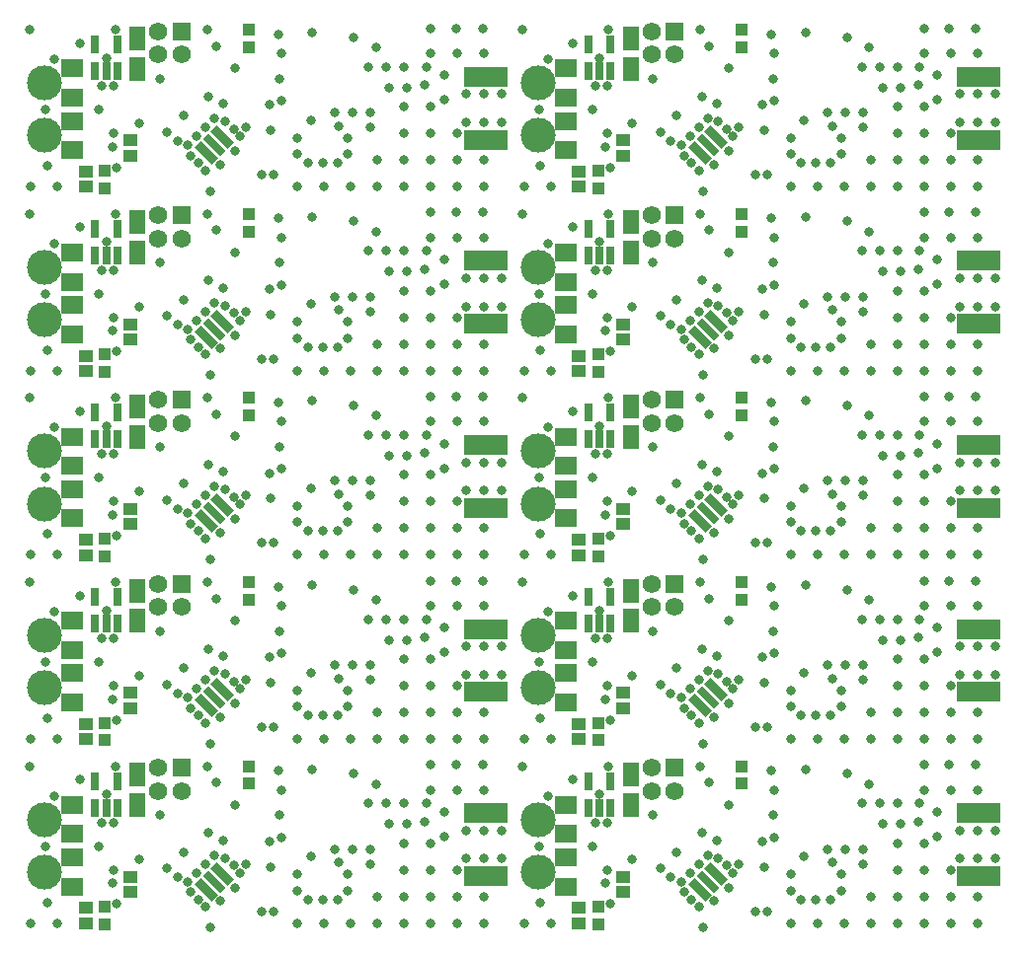
<source format=gbs>
G04*
G04 #@! TF.GenerationSoftware,Altium Limited,Altium Designer,22.10.1 (41)*
G04*
G04 Layer_Color=16711935*
%FSTAX24Y24*%
%MOIN*%
G70*
G04*
G04 #@! TF.SameCoordinates,45835C21-10AE-4195-8F6B-2C948669ADBA*
G04*
G04*
G04 #@! TF.FilePolarity,Negative*
G04*
G01*
G75*
%ADD57R,0.1458X0.0671*%
%ADD69R,0.0454X0.0415*%
%ADD78C,0.0615*%
%ADD79R,0.0615X0.0615*%
%ADD80C,0.1182*%
%ADD81C,0.0320*%
%ADD82R,0.0564X0.0789*%
%ADD83R,0.0395X0.0395*%
%ADD84R,0.0316X0.0600*%
G04:AMPARAMS|DCode=85|XSize=23.7mil|YSize=82.8mil|CornerRadius=0mil|HoleSize=0mil|Usage=FLASHONLY|Rotation=45.000|XOffset=0mil|YOffset=0mil|HoleType=Round|Shape=Rectangle|*
%AMROTATEDRECTD85*
4,1,4,0.0209,-0.0377,-0.0377,0.0209,-0.0209,0.0377,0.0377,-0.0209,0.0209,-0.0377,0.0*
%
%ADD85ROTATEDRECTD85*%

G04:AMPARAMS|DCode=86|XSize=31.6mil|YSize=82.8mil|CornerRadius=0mil|HoleSize=0mil|Usage=FLASHONLY|Rotation=45.000|XOffset=0mil|YOffset=0mil|HoleType=Round|Shape=Rectangle|*
%AMROTATEDRECTD86*
4,1,4,0.0181,-0.0405,-0.0405,0.0181,-0.0181,0.0405,0.0405,-0.0181,0.0181,-0.0405,0.0*
%
%ADD86ROTATEDRECTD86*%

%ADD87R,0.0749X0.0592*%
D57*
X033323Y017584D02*
D03*
Y015458D02*
D03*
X049976Y017584D02*
D03*
Y015458D02*
D03*
X033323Y023805D02*
D03*
Y021679D02*
D03*
X049976Y023805D02*
D03*
Y021679D02*
D03*
X033323Y030025D02*
D03*
Y027899D02*
D03*
X049976Y030025D02*
D03*
Y027899D02*
D03*
X033323Y036246D02*
D03*
Y03412D02*
D03*
X049976Y036246D02*
D03*
Y03412D02*
D03*
X033323Y042466D02*
D03*
Y04034D02*
D03*
X049976Y042466D02*
D03*
Y04034D02*
D03*
D69*
X021323Y014915D02*
D03*
Y015427D02*
D03*
X019823Y014377D02*
D03*
X019823Y013865D02*
D03*
X037976Y014915D02*
D03*
Y015427D02*
D03*
X036476Y014377D02*
D03*
X036476Y013865D02*
D03*
X021323Y021136D02*
D03*
Y021648D02*
D03*
X019823Y020598D02*
D03*
X019823Y020086D02*
D03*
X037976Y021136D02*
D03*
Y021648D02*
D03*
X036476Y020598D02*
D03*
X036476Y020086D02*
D03*
X021323Y027356D02*
D03*
Y027868D02*
D03*
X019823Y026818D02*
D03*
X019823Y026306D02*
D03*
X037976Y027356D02*
D03*
Y027868D02*
D03*
X036476Y026818D02*
D03*
X036476Y026306D02*
D03*
X021323Y033577D02*
D03*
Y034089D02*
D03*
X019823Y033039D02*
D03*
X019823Y032527D02*
D03*
X037976Y033577D02*
D03*
Y034089D02*
D03*
X036476Y033039D02*
D03*
X036476Y032527D02*
D03*
X021323Y039797D02*
D03*
Y040309D02*
D03*
X019823Y039259D02*
D03*
X019823Y038747D02*
D03*
X037976Y039797D02*
D03*
Y040309D02*
D03*
X036476Y039259D02*
D03*
X036476Y038747D02*
D03*
D78*
X022279Y018328D02*
D03*
Y019115D02*
D03*
X023067Y018328D02*
D03*
X038933D02*
D03*
Y019115D02*
D03*
X03972Y018328D02*
D03*
X022279Y024548D02*
D03*
Y025336D02*
D03*
X023067Y024548D02*
D03*
X038933D02*
D03*
Y025336D02*
D03*
X03972Y024548D02*
D03*
X022279Y030769D02*
D03*
Y031556D02*
D03*
X023067Y030769D02*
D03*
X038933D02*
D03*
Y031556D02*
D03*
X03972Y030769D02*
D03*
X022279Y036989D02*
D03*
Y037776D02*
D03*
X023067Y036989D02*
D03*
X038933D02*
D03*
Y037776D02*
D03*
X03972Y036989D02*
D03*
X022279Y04321D02*
D03*
Y043997D02*
D03*
X023067Y04321D02*
D03*
X038933D02*
D03*
Y043997D02*
D03*
X03972Y04321D02*
D03*
D79*
X023067Y019115D02*
D03*
X03972D02*
D03*
X023067Y025336D02*
D03*
X03972D02*
D03*
X023067Y031556D02*
D03*
X03972D02*
D03*
X023067Y037776D02*
D03*
X03972D02*
D03*
X023067Y043997D02*
D03*
X03972D02*
D03*
D80*
X018444Y017371D02*
D03*
X018444Y0156D02*
D03*
X035097Y017371D02*
D03*
X035097Y0156D02*
D03*
X018444Y023592D02*
D03*
X018444Y02182D02*
D03*
X035097Y023592D02*
D03*
X035097Y02182D02*
D03*
X018444Y029812D02*
D03*
X018444Y028041D02*
D03*
X035097Y029812D02*
D03*
X035097Y028041D02*
D03*
X018444Y036033D02*
D03*
X018444Y034261D02*
D03*
X035097Y036033D02*
D03*
X035097Y034261D02*
D03*
X018444Y042253D02*
D03*
X018444Y040482D02*
D03*
X035097Y042253D02*
D03*
X035097Y040482D02*
D03*
D81*
X024873Y017871D02*
D03*
X018773Y018171D02*
D03*
X017923Y019171D02*
D03*
X018473Y016471D02*
D03*
X020273D02*
D03*
X031473Y015671D02*
D03*
X033273Y018371D02*
D03*
Y014771D02*
D03*
Y013871D02*
D03*
X032373Y018371D02*
D03*
Y015671D02*
D03*
Y014771D02*
D03*
Y013871D02*
D03*
X031473Y018371D02*
D03*
Y016571D02*
D03*
Y014771D02*
D03*
Y013871D02*
D03*
X030573Y016571D02*
D03*
Y015671D02*
D03*
Y014771D02*
D03*
Y013871D02*
D03*
X029673Y014771D02*
D03*
Y013871D02*
D03*
X028773D02*
D03*
X027873D02*
D03*
X026973D02*
D03*
X018873D02*
D03*
X017973D02*
D03*
X028373Y015921D02*
D03*
X028673Y015521D02*
D03*
Y014971D02*
D03*
X026973Y015521D02*
D03*
Y014971D02*
D03*
X027323Y014671D02*
D03*
X031473Y019221D02*
D03*
X032323D02*
D03*
X033223D02*
D03*
X029973Y017921D02*
D03*
X031279Y017304D02*
D03*
X031934Y016794D02*
D03*
X031927Y017633D02*
D03*
X033873Y016046D02*
D03*
X033273D02*
D03*
X032673D02*
D03*
Y016997D02*
D03*
X033273D02*
D03*
X033873D02*
D03*
X031323Y017921D02*
D03*
X022923Y015421D02*
D03*
X028223Y016371D02*
D03*
X028823D02*
D03*
X029373Y017921D02*
D03*
X030573D02*
D03*
X030073Y017221D02*
D03*
X030673D02*
D03*
X020373Y017271D02*
D03*
X020773D02*
D03*
X026423Y016771D02*
D03*
X026373Y017521D02*
D03*
X026026Y016632D02*
D03*
X025223Y015871D02*
D03*
X024473Y016671D02*
D03*
X026073Y015771D02*
D03*
X023123Y016271D02*
D03*
X022573Y015721D02*
D03*
X026423Y018371D02*
D03*
X029423Y015871D02*
D03*
Y016371D02*
D03*
X019623Y018721D02*
D03*
X025323Y019171D02*
D03*
X023923D02*
D03*
X029623Y018571D02*
D03*
X021623Y016021D02*
D03*
X022323Y017521D02*
D03*
X027423Y016121D02*
D03*
X028323Y014671D02*
D03*
X027823D02*
D03*
X024373Y014621D02*
D03*
X024523Y016071D02*
D03*
X024173Y016171D02*
D03*
X024873Y015071D02*
D03*
X023873Y014421D02*
D03*
X023623Y014671D02*
D03*
X023373Y014921D02*
D03*
X023273Y015271D02*
D03*
X023573Y015571D02*
D03*
X023873Y015871D02*
D03*
X024823Y015821D02*
D03*
X025023Y015571D02*
D03*
X028873Y018921D02*
D03*
X026323Y019021D02*
D03*
X027473Y019071D02*
D03*
X020773Y015671D02*
D03*
X020723Y015221D02*
D03*
X021623Y018821D02*
D03*
X020823Y019171D02*
D03*
X024223Y018621D02*
D03*
X019523Y015221D02*
D03*
X023973Y016921D02*
D03*
X025773Y014271D02*
D03*
X024023Y013721D02*
D03*
X020873Y014521D02*
D03*
X018523Y014571D02*
D03*
X019223Y015221D02*
D03*
Y014971D02*
D03*
X019523D02*
D03*
X020523Y018221D02*
D03*
X019397Y016858D02*
D03*
X019369Y016092D02*
D03*
X026173Y014271D02*
D03*
X041526Y017871D02*
D03*
X035426Y018171D02*
D03*
X034576Y019171D02*
D03*
X035126Y016471D02*
D03*
X036926D02*
D03*
X048126Y015671D02*
D03*
X049926Y018371D02*
D03*
Y014771D02*
D03*
Y013871D02*
D03*
X049026Y018371D02*
D03*
Y015671D02*
D03*
Y014771D02*
D03*
Y013871D02*
D03*
X048126Y018371D02*
D03*
Y016571D02*
D03*
Y014771D02*
D03*
Y013871D02*
D03*
X047226Y016571D02*
D03*
Y015671D02*
D03*
Y014771D02*
D03*
Y013871D02*
D03*
X046326Y014771D02*
D03*
Y013871D02*
D03*
X045426D02*
D03*
X044526D02*
D03*
X043626D02*
D03*
X035526D02*
D03*
X034626D02*
D03*
X045026Y015921D02*
D03*
X045326Y015521D02*
D03*
Y014971D02*
D03*
X043626Y015521D02*
D03*
Y014971D02*
D03*
X043976Y014671D02*
D03*
X048126Y019221D02*
D03*
X048976D02*
D03*
X049876D02*
D03*
X046626Y017921D02*
D03*
X047933Y017304D02*
D03*
X048588Y016794D02*
D03*
X04858Y017633D02*
D03*
X050526Y016046D02*
D03*
X049926D02*
D03*
X049326D02*
D03*
Y016997D02*
D03*
X049926D02*
D03*
X050526D02*
D03*
X047976Y017921D02*
D03*
X039576Y015421D02*
D03*
X044876Y016371D02*
D03*
X045476D02*
D03*
X046026Y017921D02*
D03*
X047226D02*
D03*
X046726Y017221D02*
D03*
X047326D02*
D03*
X037026Y017271D02*
D03*
X037426D02*
D03*
X043076Y016771D02*
D03*
X043026Y017521D02*
D03*
X04268Y016632D02*
D03*
X041876Y015871D02*
D03*
X041126Y016671D02*
D03*
X042726Y015771D02*
D03*
X039776Y016271D02*
D03*
X039226Y015721D02*
D03*
X043076Y018371D02*
D03*
X046076Y015871D02*
D03*
Y016371D02*
D03*
X036276Y018721D02*
D03*
X041976Y019171D02*
D03*
X040576D02*
D03*
X046276Y018571D02*
D03*
X038276Y016021D02*
D03*
X038976Y017521D02*
D03*
X044076Y016121D02*
D03*
X044976Y014671D02*
D03*
X044476D02*
D03*
X041026Y014621D02*
D03*
X041176Y016071D02*
D03*
X040826Y016171D02*
D03*
X041526Y015071D02*
D03*
X040526Y014421D02*
D03*
X040276Y014671D02*
D03*
X040026Y014921D02*
D03*
X039926Y015271D02*
D03*
X040226Y015571D02*
D03*
X040526Y015871D02*
D03*
X041476Y015821D02*
D03*
X041676Y015571D02*
D03*
X045526Y018921D02*
D03*
X042976Y019021D02*
D03*
X044126Y019071D02*
D03*
X037426Y015671D02*
D03*
X037376Y015221D02*
D03*
X038276Y018821D02*
D03*
X037476Y019171D02*
D03*
X040876Y018621D02*
D03*
X036176Y015221D02*
D03*
X040626Y016921D02*
D03*
X042426Y014271D02*
D03*
X040676Y013721D02*
D03*
X037526Y014521D02*
D03*
X035176Y014571D02*
D03*
X035876Y015221D02*
D03*
Y014971D02*
D03*
X036176D02*
D03*
X037176Y018221D02*
D03*
X03605Y016858D02*
D03*
X036023Y016092D02*
D03*
X042826Y014271D02*
D03*
X024873Y024092D02*
D03*
X018773Y024392D02*
D03*
X017923Y025392D02*
D03*
X018473Y022692D02*
D03*
X020273D02*
D03*
X031473Y021892D02*
D03*
X033273Y024592D02*
D03*
Y020992D02*
D03*
Y020092D02*
D03*
X032373Y024592D02*
D03*
Y021892D02*
D03*
Y020992D02*
D03*
Y020092D02*
D03*
X031473Y024592D02*
D03*
Y022792D02*
D03*
Y020992D02*
D03*
Y020092D02*
D03*
X030573Y022792D02*
D03*
Y021892D02*
D03*
Y020992D02*
D03*
Y020092D02*
D03*
X029673Y020992D02*
D03*
Y020092D02*
D03*
X028773D02*
D03*
X027873D02*
D03*
X026973D02*
D03*
X018873D02*
D03*
X017973D02*
D03*
X028373Y022142D02*
D03*
X028673Y021742D02*
D03*
Y021192D02*
D03*
X026973Y021742D02*
D03*
Y021192D02*
D03*
X027323Y020892D02*
D03*
X031473Y025442D02*
D03*
X032323D02*
D03*
X033223D02*
D03*
X029973Y024142D02*
D03*
X031279Y023525D02*
D03*
X031934Y023015D02*
D03*
X031927Y023854D02*
D03*
X033873Y022266D02*
D03*
X033273D02*
D03*
X032673D02*
D03*
Y023217D02*
D03*
X033273D02*
D03*
X033873D02*
D03*
X031323Y024142D02*
D03*
X022923Y021642D02*
D03*
X028223Y022592D02*
D03*
X028823D02*
D03*
X029373Y024142D02*
D03*
X030573D02*
D03*
X030073Y023442D02*
D03*
X030673D02*
D03*
X020373Y023492D02*
D03*
X020773D02*
D03*
X026423Y022992D02*
D03*
X026373Y023742D02*
D03*
X026026Y022853D02*
D03*
X025223Y022092D02*
D03*
X024473Y022892D02*
D03*
X026073Y021992D02*
D03*
X023123Y022492D02*
D03*
X022573Y021942D02*
D03*
X026423Y024592D02*
D03*
X029423Y022092D02*
D03*
Y022592D02*
D03*
X019623Y024942D02*
D03*
X025323Y025392D02*
D03*
X023923D02*
D03*
X029623Y024792D02*
D03*
X021623Y022242D02*
D03*
X022323Y023742D02*
D03*
X027423Y022342D02*
D03*
X028323Y020892D02*
D03*
X027823D02*
D03*
X024373Y020842D02*
D03*
X024523Y022292D02*
D03*
X024173Y022392D02*
D03*
X024873Y021292D02*
D03*
X023873Y020642D02*
D03*
X023623Y020892D02*
D03*
X023373Y021142D02*
D03*
X023273Y021492D02*
D03*
X023573Y021792D02*
D03*
X023873Y022092D02*
D03*
X024823Y022042D02*
D03*
X025023Y021792D02*
D03*
X028873Y025142D02*
D03*
X026323Y025242D02*
D03*
X027473Y025292D02*
D03*
X020773Y021892D02*
D03*
X020723Y021442D02*
D03*
X021623Y025042D02*
D03*
X020823Y025392D02*
D03*
X024223Y024842D02*
D03*
X019523Y021442D02*
D03*
X023973Y023142D02*
D03*
X025773Y020492D02*
D03*
X024023Y019942D02*
D03*
X020873Y020742D02*
D03*
X018523Y020792D02*
D03*
X019223Y021442D02*
D03*
Y021192D02*
D03*
X019523D02*
D03*
X020523Y024442D02*
D03*
X019397Y023079D02*
D03*
X019369Y022312D02*
D03*
X026173Y020492D02*
D03*
X041526Y024092D02*
D03*
X035426Y024392D02*
D03*
X034576Y025392D02*
D03*
X035126Y022692D02*
D03*
X036926D02*
D03*
X048126Y021892D02*
D03*
X049926Y024592D02*
D03*
Y020992D02*
D03*
Y020092D02*
D03*
X049026Y024592D02*
D03*
Y021892D02*
D03*
Y020992D02*
D03*
Y020092D02*
D03*
X048126Y024592D02*
D03*
Y022792D02*
D03*
Y020992D02*
D03*
Y020092D02*
D03*
X047226Y022792D02*
D03*
Y021892D02*
D03*
Y020992D02*
D03*
Y020092D02*
D03*
X046326Y020992D02*
D03*
Y020092D02*
D03*
X045426D02*
D03*
X044526D02*
D03*
X043626D02*
D03*
X035526D02*
D03*
X034626D02*
D03*
X045026Y022142D02*
D03*
X045326Y021742D02*
D03*
Y021192D02*
D03*
X043626Y021742D02*
D03*
Y021192D02*
D03*
X043976Y020892D02*
D03*
X048126Y025442D02*
D03*
X048976D02*
D03*
X049876D02*
D03*
X046626Y024142D02*
D03*
X047933Y023525D02*
D03*
X048588Y023015D02*
D03*
X04858Y023854D02*
D03*
X050526Y022266D02*
D03*
X049926D02*
D03*
X049326D02*
D03*
Y023217D02*
D03*
X049926D02*
D03*
X050526D02*
D03*
X047976Y024142D02*
D03*
X039576Y021642D02*
D03*
X044876Y022592D02*
D03*
X045476D02*
D03*
X046026Y024142D02*
D03*
X047226D02*
D03*
X046726Y023442D02*
D03*
X047326D02*
D03*
X037026Y023492D02*
D03*
X037426D02*
D03*
X043076Y022992D02*
D03*
X043026Y023742D02*
D03*
X04268Y022853D02*
D03*
X041876Y022092D02*
D03*
X041126Y022892D02*
D03*
X042726Y021992D02*
D03*
X039776Y022492D02*
D03*
X039226Y021942D02*
D03*
X043076Y024592D02*
D03*
X046076Y022092D02*
D03*
Y022592D02*
D03*
X036276Y024942D02*
D03*
X041976Y025392D02*
D03*
X040576D02*
D03*
X046276Y024792D02*
D03*
X038276Y022242D02*
D03*
X038976Y023742D02*
D03*
X044076Y022342D02*
D03*
X044976Y020892D02*
D03*
X044476D02*
D03*
X041026Y020842D02*
D03*
X041176Y022292D02*
D03*
X040826Y022392D02*
D03*
X041526Y021292D02*
D03*
X040526Y020642D02*
D03*
X040276Y020892D02*
D03*
X040026Y021142D02*
D03*
X039926Y021492D02*
D03*
X040226Y021792D02*
D03*
X040526Y022092D02*
D03*
X041476Y022042D02*
D03*
X041676Y021792D02*
D03*
X045526Y025142D02*
D03*
X042976Y025242D02*
D03*
X044126Y025292D02*
D03*
X037426Y021892D02*
D03*
X037376Y021442D02*
D03*
X038276Y025042D02*
D03*
X037476Y025392D02*
D03*
X040876Y024842D02*
D03*
X036176Y021442D02*
D03*
X040626Y023142D02*
D03*
X042426Y020492D02*
D03*
X040676Y019942D02*
D03*
X037526Y020742D02*
D03*
X035176Y020792D02*
D03*
X035876Y021442D02*
D03*
Y021192D02*
D03*
X036176D02*
D03*
X037176Y024442D02*
D03*
X03605Y023079D02*
D03*
X036023Y022312D02*
D03*
X042826Y020492D02*
D03*
X024873Y030312D02*
D03*
X018773Y030612D02*
D03*
X017923Y031612D02*
D03*
X018473Y028912D02*
D03*
X020273D02*
D03*
X031473Y028112D02*
D03*
X033273Y030812D02*
D03*
Y027212D02*
D03*
Y026312D02*
D03*
X032373Y030812D02*
D03*
Y028112D02*
D03*
Y027212D02*
D03*
Y026312D02*
D03*
X031473Y030812D02*
D03*
Y029012D02*
D03*
Y027212D02*
D03*
Y026312D02*
D03*
X030573Y029012D02*
D03*
Y028112D02*
D03*
Y027212D02*
D03*
Y026312D02*
D03*
X029673Y027212D02*
D03*
Y026312D02*
D03*
X028773D02*
D03*
X027873D02*
D03*
X026973D02*
D03*
X018873D02*
D03*
X017973D02*
D03*
X028373Y028362D02*
D03*
X028673Y027962D02*
D03*
Y027412D02*
D03*
X026973Y027962D02*
D03*
Y027412D02*
D03*
X027323Y027112D02*
D03*
X031473Y031662D02*
D03*
X032323D02*
D03*
X033223D02*
D03*
X029973Y030362D02*
D03*
X031279Y029745D02*
D03*
X031934Y029235D02*
D03*
X031927Y030074D02*
D03*
X033873Y028487D02*
D03*
X033273D02*
D03*
X032673D02*
D03*
Y029438D02*
D03*
X033273D02*
D03*
X033873D02*
D03*
X031323Y030362D02*
D03*
X022923Y027862D02*
D03*
X028223Y028812D02*
D03*
X028823D02*
D03*
X029373Y030362D02*
D03*
X030573D02*
D03*
X030073Y029662D02*
D03*
X030673D02*
D03*
X020373Y029712D02*
D03*
X020773D02*
D03*
X026423Y029212D02*
D03*
X026373Y029962D02*
D03*
X026026Y029073D02*
D03*
X025223Y028312D02*
D03*
X024473Y029112D02*
D03*
X026073Y028212D02*
D03*
X023123Y028712D02*
D03*
X022573Y028162D02*
D03*
X026423Y030812D02*
D03*
X029423Y028312D02*
D03*
Y028812D02*
D03*
X019623Y031162D02*
D03*
X025323Y031612D02*
D03*
X023923D02*
D03*
X029623Y031012D02*
D03*
X021623Y028462D02*
D03*
X022323Y029962D02*
D03*
X027423Y028562D02*
D03*
X028323Y027112D02*
D03*
X027823D02*
D03*
X024373Y027062D02*
D03*
X024523Y028512D02*
D03*
X024173Y028612D02*
D03*
X024873Y027512D02*
D03*
X023873Y026862D02*
D03*
X023623Y027112D02*
D03*
X023373Y027362D02*
D03*
X023273Y027712D02*
D03*
X023573Y028012D02*
D03*
X023873Y028312D02*
D03*
X024823Y028262D02*
D03*
X025023Y028012D02*
D03*
X028873Y031362D02*
D03*
X026323Y031462D02*
D03*
X027473Y031512D02*
D03*
X020773Y028112D02*
D03*
X020723Y027662D02*
D03*
X021623Y031262D02*
D03*
X020823Y031612D02*
D03*
X024223Y031062D02*
D03*
X019523Y027662D02*
D03*
X023973Y029362D02*
D03*
X025773Y026712D02*
D03*
X024023Y026162D02*
D03*
X020873Y026962D02*
D03*
X018523Y027012D02*
D03*
X019223Y027662D02*
D03*
Y027412D02*
D03*
X019523D02*
D03*
X020523Y030662D02*
D03*
X019397Y029299D02*
D03*
X019369Y028533D02*
D03*
X026173Y026712D02*
D03*
X041526Y030312D02*
D03*
X035426Y030612D02*
D03*
X034576Y031612D02*
D03*
X035126Y028912D02*
D03*
X036926D02*
D03*
X048126Y028112D02*
D03*
X049926Y030812D02*
D03*
Y027212D02*
D03*
Y026312D02*
D03*
X049026Y030812D02*
D03*
Y028112D02*
D03*
Y027212D02*
D03*
Y026312D02*
D03*
X048126Y030812D02*
D03*
Y029012D02*
D03*
Y027212D02*
D03*
Y026312D02*
D03*
X047226Y029012D02*
D03*
Y028112D02*
D03*
Y027212D02*
D03*
Y026312D02*
D03*
X046326Y027212D02*
D03*
Y026312D02*
D03*
X045426D02*
D03*
X044526D02*
D03*
X043626D02*
D03*
X035526D02*
D03*
X034626D02*
D03*
X045026Y028362D02*
D03*
X045326Y027962D02*
D03*
Y027412D02*
D03*
X043626Y027962D02*
D03*
Y027412D02*
D03*
X043976Y027112D02*
D03*
X048126Y031662D02*
D03*
X048976D02*
D03*
X049876D02*
D03*
X046626Y030362D02*
D03*
X047933Y029745D02*
D03*
X048588Y029235D02*
D03*
X04858Y030074D02*
D03*
X050526Y028487D02*
D03*
X049926D02*
D03*
X049326D02*
D03*
Y029438D02*
D03*
X049926D02*
D03*
X050526D02*
D03*
X047976Y030362D02*
D03*
X039576Y027862D02*
D03*
X044876Y028812D02*
D03*
X045476D02*
D03*
X046026Y030362D02*
D03*
X047226D02*
D03*
X046726Y029662D02*
D03*
X047326D02*
D03*
X037026Y029712D02*
D03*
X037426D02*
D03*
X043076Y029212D02*
D03*
X043026Y029962D02*
D03*
X04268Y029073D02*
D03*
X041876Y028312D02*
D03*
X041126Y029112D02*
D03*
X042726Y028212D02*
D03*
X039776Y028712D02*
D03*
X039226Y028162D02*
D03*
X043076Y030812D02*
D03*
X046076Y028312D02*
D03*
Y028812D02*
D03*
X036276Y031162D02*
D03*
X041976Y031612D02*
D03*
X040576D02*
D03*
X046276Y031012D02*
D03*
X038276Y028462D02*
D03*
X038976Y029962D02*
D03*
X044076Y028562D02*
D03*
X044976Y027112D02*
D03*
X044476D02*
D03*
X041026Y027062D02*
D03*
X041176Y028512D02*
D03*
X040826Y028612D02*
D03*
X041526Y027512D02*
D03*
X040526Y026862D02*
D03*
X040276Y027112D02*
D03*
X040026Y027362D02*
D03*
X039926Y027712D02*
D03*
X040226Y028012D02*
D03*
X040526Y028312D02*
D03*
X041476Y028262D02*
D03*
X041676Y028012D02*
D03*
X045526Y031362D02*
D03*
X042976Y031462D02*
D03*
X044126Y031512D02*
D03*
X037426Y028112D02*
D03*
X037376Y027662D02*
D03*
X038276Y031262D02*
D03*
X037476Y031612D02*
D03*
X040876Y031062D02*
D03*
X036176Y027662D02*
D03*
X040626Y029362D02*
D03*
X042426Y026712D02*
D03*
X040676Y026162D02*
D03*
X037526Y026962D02*
D03*
X035176Y027012D02*
D03*
X035876Y027662D02*
D03*
Y027412D02*
D03*
X036176D02*
D03*
X037176Y030662D02*
D03*
X03605Y029299D02*
D03*
X036023Y028533D02*
D03*
X042826Y026712D02*
D03*
X024873Y036533D02*
D03*
X018773Y036833D02*
D03*
X017923Y037833D02*
D03*
X018473Y035133D02*
D03*
X020273D02*
D03*
X031473Y034333D02*
D03*
X033273Y037033D02*
D03*
Y033433D02*
D03*
Y032533D02*
D03*
X032373Y037033D02*
D03*
Y034333D02*
D03*
Y033433D02*
D03*
Y032533D02*
D03*
X031473Y037033D02*
D03*
Y035233D02*
D03*
Y033433D02*
D03*
Y032533D02*
D03*
X030573Y035233D02*
D03*
Y034333D02*
D03*
Y033433D02*
D03*
Y032533D02*
D03*
X029673Y033433D02*
D03*
Y032533D02*
D03*
X028773D02*
D03*
X027873D02*
D03*
X026973D02*
D03*
X018873D02*
D03*
X017973D02*
D03*
X028373Y034583D02*
D03*
X028673Y034183D02*
D03*
Y033633D02*
D03*
X026973Y034183D02*
D03*
Y033633D02*
D03*
X027323Y033333D02*
D03*
X031473Y037883D02*
D03*
X032323D02*
D03*
X033223D02*
D03*
X029973Y036583D02*
D03*
X031279Y035966D02*
D03*
X031934Y035456D02*
D03*
X031927Y036295D02*
D03*
X033873Y034707D02*
D03*
X033273D02*
D03*
X032673D02*
D03*
Y035658D02*
D03*
X033273D02*
D03*
X033873D02*
D03*
X031323Y036583D02*
D03*
X022923Y034083D02*
D03*
X028223Y035033D02*
D03*
X028823D02*
D03*
X029373Y036583D02*
D03*
X030573D02*
D03*
X030073Y035883D02*
D03*
X030673D02*
D03*
X020373Y035933D02*
D03*
X020773D02*
D03*
X026423Y035433D02*
D03*
X026373Y036183D02*
D03*
X026026Y035294D02*
D03*
X025223Y034533D02*
D03*
X024473Y035333D02*
D03*
X026073Y034433D02*
D03*
X023123Y034933D02*
D03*
X022573Y034383D02*
D03*
X026423Y037033D02*
D03*
X029423Y034533D02*
D03*
Y035033D02*
D03*
X019623Y037383D02*
D03*
X025323Y037833D02*
D03*
X023923D02*
D03*
X029623Y037233D02*
D03*
X021623Y034683D02*
D03*
X022323Y036183D02*
D03*
X027423Y034783D02*
D03*
X028323Y033333D02*
D03*
X027823D02*
D03*
X024373Y033283D02*
D03*
X024523Y034733D02*
D03*
X024173Y034833D02*
D03*
X024873Y033733D02*
D03*
X023873Y033083D02*
D03*
X023623Y033333D02*
D03*
X023373Y033583D02*
D03*
X023273Y033933D02*
D03*
X023573Y034233D02*
D03*
X023873Y034533D02*
D03*
X024823Y034483D02*
D03*
X025023Y034233D02*
D03*
X028873Y037583D02*
D03*
X026323Y037683D02*
D03*
X027473Y037733D02*
D03*
X020773Y034333D02*
D03*
X020723Y033883D02*
D03*
X021623Y037483D02*
D03*
X020823Y037833D02*
D03*
X024223Y037283D02*
D03*
X019523Y033883D02*
D03*
X023973Y035583D02*
D03*
X025773Y032933D02*
D03*
X024023Y032383D02*
D03*
X020873Y033183D02*
D03*
X018523Y033233D02*
D03*
X019223Y033883D02*
D03*
Y033633D02*
D03*
X019523D02*
D03*
X020523Y036883D02*
D03*
X019397Y03552D02*
D03*
X019369Y034753D02*
D03*
X026173Y032933D02*
D03*
X041526Y036533D02*
D03*
X035426Y036833D02*
D03*
X034576Y037833D02*
D03*
X035126Y035133D02*
D03*
X036926D02*
D03*
X048126Y034333D02*
D03*
X049926Y037033D02*
D03*
Y033433D02*
D03*
Y032533D02*
D03*
X049026Y037033D02*
D03*
Y034333D02*
D03*
Y033433D02*
D03*
Y032533D02*
D03*
X048126Y037033D02*
D03*
Y035233D02*
D03*
Y033433D02*
D03*
Y032533D02*
D03*
X047226Y035233D02*
D03*
Y034333D02*
D03*
Y033433D02*
D03*
Y032533D02*
D03*
X046326Y033433D02*
D03*
Y032533D02*
D03*
X045426D02*
D03*
X044526D02*
D03*
X043626D02*
D03*
X035526D02*
D03*
X034626D02*
D03*
X045026Y034583D02*
D03*
X045326Y034183D02*
D03*
Y033633D02*
D03*
X043626Y034183D02*
D03*
Y033633D02*
D03*
X043976Y033333D02*
D03*
X048126Y037883D02*
D03*
X048976D02*
D03*
X049876D02*
D03*
X046626Y036583D02*
D03*
X047933Y035966D02*
D03*
X048588Y035456D02*
D03*
X04858Y036295D02*
D03*
X050526Y034707D02*
D03*
X049926D02*
D03*
X049326D02*
D03*
Y035658D02*
D03*
X049926D02*
D03*
X050526D02*
D03*
X047976Y036583D02*
D03*
X039576Y034083D02*
D03*
X044876Y035033D02*
D03*
X045476D02*
D03*
X046026Y036583D02*
D03*
X047226D02*
D03*
X046726Y035883D02*
D03*
X047326D02*
D03*
X037026Y035933D02*
D03*
X037426D02*
D03*
X043076Y035433D02*
D03*
X043026Y036183D02*
D03*
X04268Y035294D02*
D03*
X041876Y034533D02*
D03*
X041126Y035333D02*
D03*
X042726Y034433D02*
D03*
X039776Y034933D02*
D03*
X039226Y034383D02*
D03*
X043076Y037033D02*
D03*
X046076Y034533D02*
D03*
Y035033D02*
D03*
X036276Y037383D02*
D03*
X041976Y037833D02*
D03*
X040576D02*
D03*
X046276Y037233D02*
D03*
X038276Y034683D02*
D03*
X038976Y036183D02*
D03*
X044076Y034783D02*
D03*
X044976Y033333D02*
D03*
X044476D02*
D03*
X041026Y033283D02*
D03*
X041176Y034733D02*
D03*
X040826Y034833D02*
D03*
X041526Y033733D02*
D03*
X040526Y033083D02*
D03*
X040276Y033333D02*
D03*
X040026Y033583D02*
D03*
X039926Y033933D02*
D03*
X040226Y034233D02*
D03*
X040526Y034533D02*
D03*
X041476Y034483D02*
D03*
X041676Y034233D02*
D03*
X045526Y037583D02*
D03*
X042976Y037683D02*
D03*
X044126Y037733D02*
D03*
X037426Y034333D02*
D03*
X037376Y033883D02*
D03*
X038276Y037483D02*
D03*
X037476Y037833D02*
D03*
X040876Y037283D02*
D03*
X036176Y033883D02*
D03*
X040626Y035583D02*
D03*
X042426Y032933D02*
D03*
X040676Y032383D02*
D03*
X037526Y033183D02*
D03*
X035176Y033233D02*
D03*
X035876Y033883D02*
D03*
Y033633D02*
D03*
X036176D02*
D03*
X037176Y036883D02*
D03*
X03605Y03552D02*
D03*
X036023Y034753D02*
D03*
X042826Y032933D02*
D03*
X024873Y042753D02*
D03*
X018773Y043053D02*
D03*
X017923Y044053D02*
D03*
X018473Y041353D02*
D03*
X020273D02*
D03*
X031473Y040553D02*
D03*
X033273Y043253D02*
D03*
Y039653D02*
D03*
Y038753D02*
D03*
X032373Y043253D02*
D03*
Y040553D02*
D03*
Y039653D02*
D03*
Y038753D02*
D03*
X031473Y043253D02*
D03*
Y041453D02*
D03*
Y039653D02*
D03*
Y038753D02*
D03*
X030573Y041453D02*
D03*
Y040553D02*
D03*
Y039653D02*
D03*
Y038753D02*
D03*
X029673Y039653D02*
D03*
Y038753D02*
D03*
X028773D02*
D03*
X027873D02*
D03*
X026973D02*
D03*
X018873D02*
D03*
X017973D02*
D03*
X028373Y040803D02*
D03*
X028673Y040403D02*
D03*
Y039853D02*
D03*
X026973Y040403D02*
D03*
Y039853D02*
D03*
X027323Y039553D02*
D03*
X031473Y044103D02*
D03*
X032323D02*
D03*
X033223D02*
D03*
X029973Y042803D02*
D03*
X031279Y042186D02*
D03*
X031934Y041676D02*
D03*
X031927Y042515D02*
D03*
X033873Y040928D02*
D03*
X033273D02*
D03*
X032673D02*
D03*
Y041879D02*
D03*
X033273D02*
D03*
X033873D02*
D03*
X031323Y042803D02*
D03*
X022923Y040303D02*
D03*
X028223Y041253D02*
D03*
X028823D02*
D03*
X029373Y042803D02*
D03*
X030573D02*
D03*
X030073Y042103D02*
D03*
X030673D02*
D03*
X020373Y042153D02*
D03*
X020773D02*
D03*
X026423Y041653D02*
D03*
X026373Y042403D02*
D03*
X026026Y041514D02*
D03*
X025223Y040753D02*
D03*
X024473Y041553D02*
D03*
X026073Y040653D02*
D03*
X023123Y041153D02*
D03*
X022573Y040603D02*
D03*
X026423Y043253D02*
D03*
X029423Y040753D02*
D03*
Y041253D02*
D03*
X019623Y043603D02*
D03*
X025323Y044053D02*
D03*
X023923D02*
D03*
X029623Y043453D02*
D03*
X021623Y040903D02*
D03*
X022323Y042403D02*
D03*
X027423Y041003D02*
D03*
X028323Y039553D02*
D03*
X027823D02*
D03*
X024373Y039503D02*
D03*
X024523Y040953D02*
D03*
X024173Y041053D02*
D03*
X024873Y039953D02*
D03*
X023873Y039303D02*
D03*
X023623Y039553D02*
D03*
X023373Y039803D02*
D03*
X023273Y040153D02*
D03*
X023573Y040453D02*
D03*
X023873Y040753D02*
D03*
X024823Y040703D02*
D03*
X025023Y040453D02*
D03*
X028873Y043803D02*
D03*
X026323Y043903D02*
D03*
X027473Y043953D02*
D03*
X020773Y040553D02*
D03*
X020723Y040103D02*
D03*
X021623Y043703D02*
D03*
X020823Y044053D02*
D03*
X024223Y043503D02*
D03*
X019523Y040103D02*
D03*
X023973Y041803D02*
D03*
X025773Y039153D02*
D03*
X024023Y038603D02*
D03*
X020873Y039403D02*
D03*
X018523Y039453D02*
D03*
X019223Y040103D02*
D03*
Y039853D02*
D03*
X019523D02*
D03*
X020523Y043103D02*
D03*
X019397Y04174D02*
D03*
X019369Y040974D02*
D03*
X026173Y039153D02*
D03*
X041526Y042753D02*
D03*
X035426Y043053D02*
D03*
X034576Y044053D02*
D03*
X035126Y041353D02*
D03*
X036926D02*
D03*
X048126Y040553D02*
D03*
X049926Y043253D02*
D03*
Y039653D02*
D03*
Y038753D02*
D03*
X049026Y043253D02*
D03*
Y040553D02*
D03*
Y039653D02*
D03*
Y038753D02*
D03*
X048126Y043253D02*
D03*
Y041453D02*
D03*
Y039653D02*
D03*
Y038753D02*
D03*
X047226Y041453D02*
D03*
Y040553D02*
D03*
Y039653D02*
D03*
Y038753D02*
D03*
X046326Y039653D02*
D03*
Y038753D02*
D03*
X045426D02*
D03*
X044526D02*
D03*
X043626D02*
D03*
X035526D02*
D03*
X034626D02*
D03*
X045026Y040803D02*
D03*
X045326Y040403D02*
D03*
Y039853D02*
D03*
X043626Y040403D02*
D03*
Y039853D02*
D03*
X043976Y039553D02*
D03*
X048126Y044103D02*
D03*
X048976D02*
D03*
X049876D02*
D03*
X046626Y042803D02*
D03*
X047933Y042186D02*
D03*
X048588Y041676D02*
D03*
X04858Y042515D02*
D03*
X050526Y040928D02*
D03*
X049926D02*
D03*
X049326D02*
D03*
Y041879D02*
D03*
X049926D02*
D03*
X050526D02*
D03*
X047976Y042803D02*
D03*
X039576Y040303D02*
D03*
X044876Y041253D02*
D03*
X045476D02*
D03*
X046026Y042803D02*
D03*
X047226D02*
D03*
X046726Y042103D02*
D03*
X047326D02*
D03*
X037026Y042153D02*
D03*
X037426D02*
D03*
X043076Y041653D02*
D03*
X043026Y042403D02*
D03*
X04268Y041514D02*
D03*
X041876Y040753D02*
D03*
X041126Y041553D02*
D03*
X042726Y040653D02*
D03*
X039776Y041153D02*
D03*
X039226Y040603D02*
D03*
X043076Y043253D02*
D03*
X046076Y040753D02*
D03*
Y041253D02*
D03*
X036276Y043603D02*
D03*
X041976Y044053D02*
D03*
X040576D02*
D03*
X046276Y043453D02*
D03*
X038276Y040903D02*
D03*
X038976Y042403D02*
D03*
X044076Y041003D02*
D03*
X044976Y039553D02*
D03*
X044476D02*
D03*
X041026Y039503D02*
D03*
X041176Y040953D02*
D03*
X040826Y041053D02*
D03*
X041526Y039953D02*
D03*
X040526Y039303D02*
D03*
X040276Y039553D02*
D03*
X040026Y039803D02*
D03*
X039926Y040153D02*
D03*
X040226Y040453D02*
D03*
X040526Y040753D02*
D03*
X041476Y040703D02*
D03*
X041676Y040453D02*
D03*
X045526Y043803D02*
D03*
X042976Y043903D02*
D03*
X044126Y043953D02*
D03*
X037426Y040553D02*
D03*
X037376Y040103D02*
D03*
X038276Y043703D02*
D03*
X037476Y044053D02*
D03*
X040876Y043503D02*
D03*
X036176Y040103D02*
D03*
X040626Y041803D02*
D03*
X042426Y039153D02*
D03*
X040676Y038603D02*
D03*
X037526Y039403D02*
D03*
X035176Y039453D02*
D03*
X035876Y040103D02*
D03*
Y039853D02*
D03*
X036176D02*
D03*
X037176Y043103D02*
D03*
X03605Y04174D02*
D03*
X036023Y040974D02*
D03*
X042826Y039153D02*
D03*
D82*
X021573Y017856D02*
D03*
Y018887D02*
D03*
X038226Y017856D02*
D03*
Y018887D02*
D03*
X021573Y024076D02*
D03*
Y025108D02*
D03*
X038226Y024076D02*
D03*
Y025108D02*
D03*
X021573Y030297D02*
D03*
Y031328D02*
D03*
X038226Y030297D02*
D03*
Y031328D02*
D03*
X021573Y036517D02*
D03*
Y037548D02*
D03*
X038226Y036517D02*
D03*
Y037548D02*
D03*
X021573Y042737D02*
D03*
Y043769D02*
D03*
X038226Y042737D02*
D03*
Y043769D02*
D03*
D83*
X025323Y018581D02*
D03*
Y019171D02*
D03*
X020473Y014417D02*
D03*
X020473Y013826D02*
D03*
X041976Y018581D02*
D03*
Y019171D02*
D03*
X037126Y014417D02*
D03*
X037126Y013826D02*
D03*
X025323Y024801D02*
D03*
Y025392D02*
D03*
X020473Y020637D02*
D03*
X020473Y020047D02*
D03*
X041976Y024801D02*
D03*
Y025392D02*
D03*
X037126Y020637D02*
D03*
X037126Y020047D02*
D03*
X025323Y031022D02*
D03*
Y031612D02*
D03*
X020473Y026858D02*
D03*
X020473Y026267D02*
D03*
X041976Y031022D02*
D03*
Y031612D02*
D03*
X037126Y026858D02*
D03*
X037126Y026267D02*
D03*
X025323Y037242D02*
D03*
Y037833D02*
D03*
X020473Y033078D02*
D03*
X020473Y032487D02*
D03*
X041976Y037242D02*
D03*
Y037833D02*
D03*
X037126Y033078D02*
D03*
X037126Y032487D02*
D03*
X025323Y043463D02*
D03*
Y044053D02*
D03*
X020473Y039298D02*
D03*
X020473Y038708D02*
D03*
X041976Y043463D02*
D03*
Y044053D02*
D03*
X037126Y039298D02*
D03*
X037126Y038708D02*
D03*
D84*
X020523Y017769D02*
D03*
X020897D02*
D03*
X020149D02*
D03*
Y018674D02*
D03*
X020897D02*
D03*
X037176Y017769D02*
D03*
X03755D02*
D03*
X036802D02*
D03*
Y018674D02*
D03*
X03755D02*
D03*
X020523Y023989D02*
D03*
X020897D02*
D03*
X020149D02*
D03*
Y024895D02*
D03*
X020897D02*
D03*
X037176Y023989D02*
D03*
X03755D02*
D03*
X036802D02*
D03*
Y024895D02*
D03*
X03755D02*
D03*
X020523Y03021D02*
D03*
X020897D02*
D03*
X020149D02*
D03*
Y031115D02*
D03*
X020897D02*
D03*
X037176Y03021D02*
D03*
X03755D02*
D03*
X036802D02*
D03*
Y031115D02*
D03*
X03755D02*
D03*
X020523Y03643D02*
D03*
X020897D02*
D03*
X020149D02*
D03*
Y037335D02*
D03*
X020897D02*
D03*
X037176Y03643D02*
D03*
X03755D02*
D03*
X036802D02*
D03*
Y037335D02*
D03*
X03755D02*
D03*
X020523Y04265D02*
D03*
X020897D02*
D03*
X020149D02*
D03*
Y043556D02*
D03*
X020897D02*
D03*
X037176Y04265D02*
D03*
X03755D02*
D03*
X036802D02*
D03*
Y043556D02*
D03*
X03755D02*
D03*
D85*
X024173Y015271D02*
D03*
X040826D02*
D03*
X024173Y021492D02*
D03*
X040826D02*
D03*
X024173Y027712D02*
D03*
X040826D02*
D03*
X024173Y033933D02*
D03*
X040826D02*
D03*
X024173Y040153D02*
D03*
X040826D02*
D03*
D86*
X023908Y015007D02*
D03*
X024437Y015536D02*
D03*
X040562Y015007D02*
D03*
X041091Y015536D02*
D03*
X023908Y021227D02*
D03*
X024437Y021756D02*
D03*
X040562Y021227D02*
D03*
X041091Y021756D02*
D03*
X023908Y027448D02*
D03*
X024437Y027977D02*
D03*
X040562Y027448D02*
D03*
X041091Y027977D02*
D03*
X023908Y033668D02*
D03*
X024437Y034197D02*
D03*
X040562Y033668D02*
D03*
X041091Y034197D02*
D03*
X023908Y039889D02*
D03*
X024437Y040418D02*
D03*
X040562Y039889D02*
D03*
X041091Y040418D02*
D03*
D87*
X019369Y017863D02*
D03*
Y015108D02*
D03*
Y016879D02*
D03*
Y016092D02*
D03*
X036023Y017863D02*
D03*
Y015108D02*
D03*
Y016879D02*
D03*
Y016092D02*
D03*
X019369Y024084D02*
D03*
Y021328D02*
D03*
Y0231D02*
D03*
Y022312D02*
D03*
X036023Y024084D02*
D03*
Y021328D02*
D03*
Y0231D02*
D03*
Y022312D02*
D03*
X019369Y030304D02*
D03*
Y027548D02*
D03*
Y02932D02*
D03*
Y028533D02*
D03*
X036023Y030304D02*
D03*
Y027548D02*
D03*
Y02932D02*
D03*
Y028533D02*
D03*
X019369Y036525D02*
D03*
Y033769D02*
D03*
Y035541D02*
D03*
Y034753D02*
D03*
X036023Y036525D02*
D03*
Y033769D02*
D03*
Y035541D02*
D03*
Y034753D02*
D03*
X019369Y042745D02*
D03*
Y039989D02*
D03*
Y041761D02*
D03*
Y040974D02*
D03*
X036023Y042745D02*
D03*
Y039989D02*
D03*
Y041761D02*
D03*
Y040974D02*
D03*
M02*

</source>
